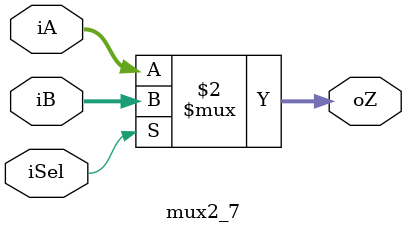
<source format=v>
module mux2_7(iA, iB, iSel, oZ);
    input [6:0] iA, iB;
    input iSel;
    output [6:0] oZ;

    assign oZ = (iSel == 0) ? iA : iB;

endmodule   // mux2_7

</source>
